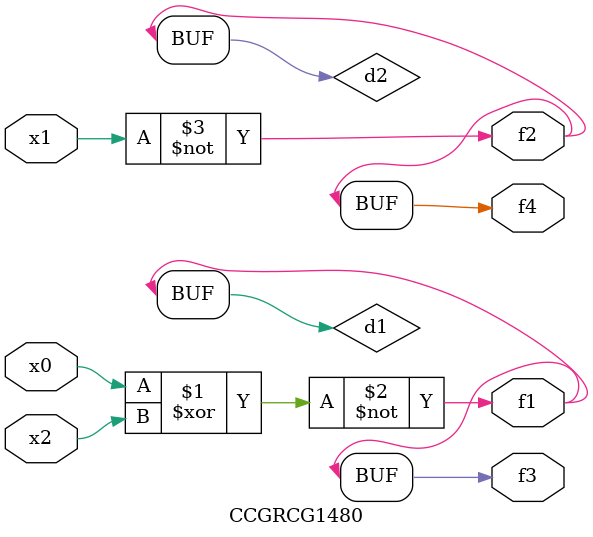
<source format=v>
module CCGRCG1480(
	input x0, x1, x2,
	output f1, f2, f3, f4
);

	wire d1, d2, d3;

	xnor (d1, x0, x2);
	nand (d2, x1);
	nor (d3, x1, x2);
	assign f1 = d1;
	assign f2 = d2;
	assign f3 = d1;
	assign f4 = d2;
endmodule

</source>
